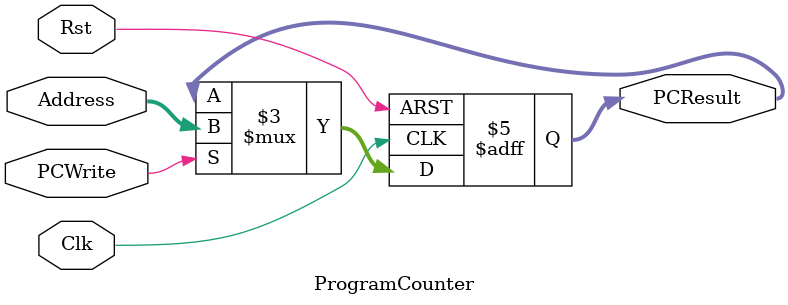
<source format=v>
`timescale 1ns / 1ps


module ProgramCounter(Address, PCResult, Rst, Clk, PCWrite);

	input [31:0] Address;
	input Rst, Clk;
	input PCWrite;

	output reg [31:0] PCResult;
	
	initial begin
	   PCResult <= 32'h00000000;
	end

    /* Please fill in the implementation here... */
	always @(posedge Clk or posedge Rst) begin
        if (Rst) begin
            PCResult <= 32'b0; // Reset the PC to 0
        end else begin
            if (PCWrite)
                PCResult <= Address; // Update PC with the Address
        end
        $display ("PC = %d", PCResult);
    end
    
    

endmodule


</source>
